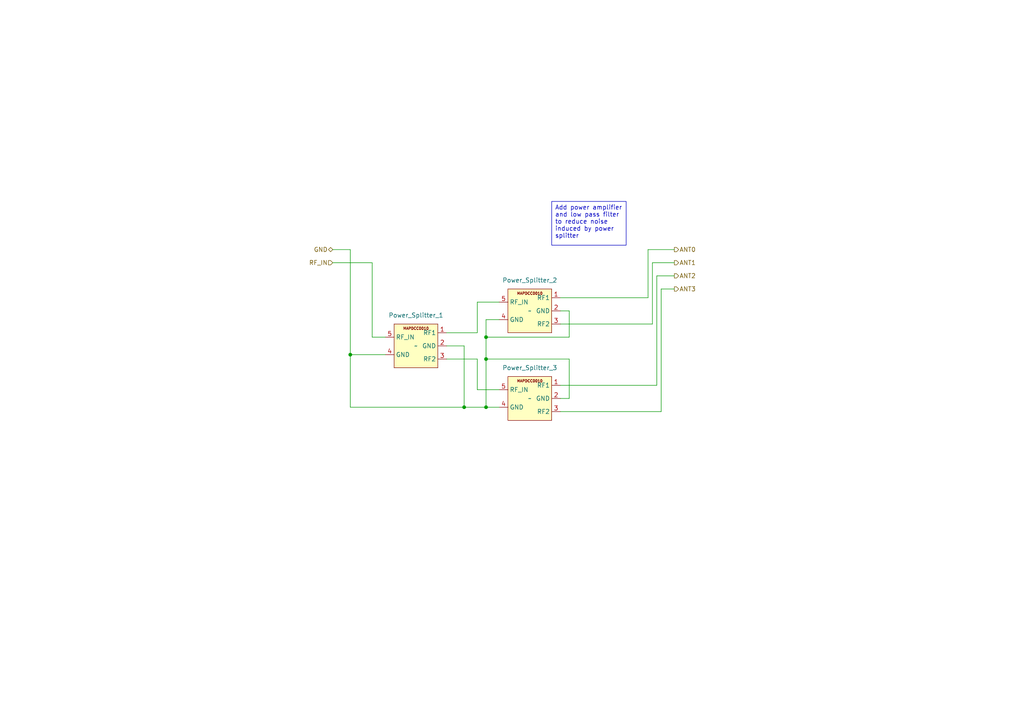
<source format=kicad_sch>
(kicad_sch (version 20230121) (generator eeschema)
  (paper "A4")
  (lib_symbols
    (symbol "RF_PowerSplitter:MAPDCC0010"
      (property "Reference" "Power_Splitter_" (at 0 7.62 0))
      (symbol "MAPDCC0010_1_1"
        (rectangle (start -6.35 6.35) (end 6.35 -6.35) (fill (type background)))
        (text "MAPDCC0010" (at 0 5.08 0) (effects (font (size 0.75 0.75))))
        (pin output line (at 8.89 3.81 180) (length 2.54) (name "RF1") (number "1"))
        (pin bidirectional line (at 8.89 0 180) (length 2.54) (name "GND") (number "2"))
        (pin output line (at 8.89 -3.81 180) (length 2.54) (name "RF2") (number "3"))
        (pin bidirectional line (at -8.89 -2.54 0) (length 2.54) (name "GND") (number "4"))
        (pin input line (at -8.89 2.54 0) (length 2.54) (name "RF_IN") (number "5"))
      )
    )
  )
  (junction (at 134.62 118.11))
  (junction (at 140.97 97.79))
  (junction (at 140.97 118.11))
  (junction (at 101.6 102.87))
  (junction (at 140.97 104.14))
  (wire (pts (xy 140.97 97.79) (xy 165.1 97.79)))
  (wire (pts (xy 96.52 76.2) (xy 107.95 76.2)))
  (wire (pts (xy 162.56 90.17) (xy 165.1 90.17)))
  (wire (pts (xy 101.6 118.11) (xy 101.6 102.87)))
  (wire (pts (xy 190.5 111.76) (xy 190.5 80.01)))
  (wire (pts (xy 107.95 97.79) (xy 111.76 97.79)))
  (wire (pts (xy 111.76 102.87) (xy 101.6 102.87)))
  (wire (pts (xy 140.97 104.14) (xy 140.97 118.11)))
  (wire (pts (xy 140.97 92.71) (xy 140.97 97.79)))
  (wire (pts (xy 140.97 97.79) (xy 140.97 104.14)))
  (wire (pts (xy 165.1 90.17) (xy 165.1 97.79)))
  (wire (pts (xy 190.5 80.01) (xy 195.58 80.01)))
  (wire (pts (xy 191.77 119.38) (xy 191.77 83.82)))
  (wire (pts (xy 144.78 118.11) (xy 140.97 118.11)))
  (wire (pts (xy 189.23 76.2) (xy 195.58 76.2)))
  (wire (pts (xy 140.97 118.11) (xy 134.62 118.11)))
  (wire (pts (xy 189.23 93.98) (xy 189.23 76.2)))
  (wire (pts (xy 187.96 72.39) (xy 195.58 72.39)))
  (wire (pts (xy 138.43 87.63) (xy 144.78 87.63)))
  (wire (pts (xy 96.52 72.39) (xy 101.6 72.39)))
  (wire (pts (xy 129.54 104.14) (xy 138.43 104.14)))
  (wire (pts (xy 162.56 111.76) (xy 190.5 111.76)))
  (wire (pts (xy 162.56 86.36) (xy 187.96 86.36)))
  (wire (pts (xy 138.43 96.52) (xy 138.43 87.63)))
  (wire (pts (xy 144.78 92.71) (xy 140.97 92.71)))
  (wire (pts (xy 140.97 104.14) (xy 165.1 104.14)))
  (wire (pts (xy 134.62 118.11) (xy 101.6 118.11)))
  (wire (pts (xy 129.54 100.33) (xy 134.62 100.33)))
  (wire (pts (xy 134.62 100.33) (xy 134.62 118.11)))
  (wire (pts (xy 162.56 115.57) (xy 165.1 115.57)))
  (wire (pts (xy 191.77 83.82) (xy 195.58 83.82)))
  (wire (pts (xy 101.6 72.39) (xy 101.6 102.87)))
  (wire (pts (xy 162.56 93.98) (xy 189.23 93.98)))
  (wire (pts (xy 162.56 119.38) (xy 191.77 119.38)))
  (wire (pts (xy 129.54 96.52) (xy 138.43 96.52)))
  (wire (pts (xy 138.43 104.14) (xy 138.43 113.03)))
  (wire (pts (xy 187.96 86.36) (xy 187.96 72.39)))
  (wire (pts (xy 165.1 115.57) (xy 165.1 104.14)))
  (wire (pts (xy 138.43 113.03) (xy 144.78 113.03)))
  (wire (pts (xy 107.95 76.2) (xy 107.95 97.79)))
  (text_box "Add power amplifier and low pass filter to reduce noise induced by power splitter\n\n" (at 160.02 58.42 0) (size 21.59 12.7) (effects (font (size 1.27 1.27)) (justify left top)))
  (hierarchical_label "RF_IN" (shape input) (at 96.52 76.2 180))
  (hierarchical_label "ANT0" (shape output) (at 195.58 72.39 0))
  (hierarchical_label "ANT3" (shape output) (at 195.58 83.82 0))
  (hierarchical_label "ANT2" (shape output) (at 195.58 80.01 0))
  (hierarchical_label "ANT1" (shape output) (at 195.58 76.2 0))
  (hierarchical_label "GND" (shape bidirectional) (at 96.52 72.39 180))
  (symbol (lib_id "RF_PowerSplitter:MAPDCC0010") (at 153.67 90.17 0) (unit 1)
    (property "Reference" "Power_Splitter_2" (at 153.67 81.28 0))
    (property "Value" "~" (at 153.67 90.17 0))
    (property "Footprint" "SOT95P285X145-5N:SOT95P285X145-5N" (effects hide))
  )
  (symbol (lib_id "RF_PowerSplitter:MAPDCC0010") (at 120.65 100.33 0) (unit 1)
    (property "Reference" "Power_Splitter_1" (at 120.65 91.44 0))
    (property "Value" "~" (at 120.65 100.33 0))
    (property "Footprint" "SOT95P285X145-5N:SOT95P285X145-5N" (effects hide))
  )
  (symbol (lib_id "RF_PowerSplitter:MAPDCC0010") (at 153.67 115.57 0) (unit 1)
    (property "Reference" "Power_Splitter_3" (at 153.67 106.68 0))
    (property "Value" "~" (at 153.67 115.57 0))
    (property "Footprint" "SOT95P285X145-5N:SOT95P285X145-5N" (effects hide))
  )
)
</source>
